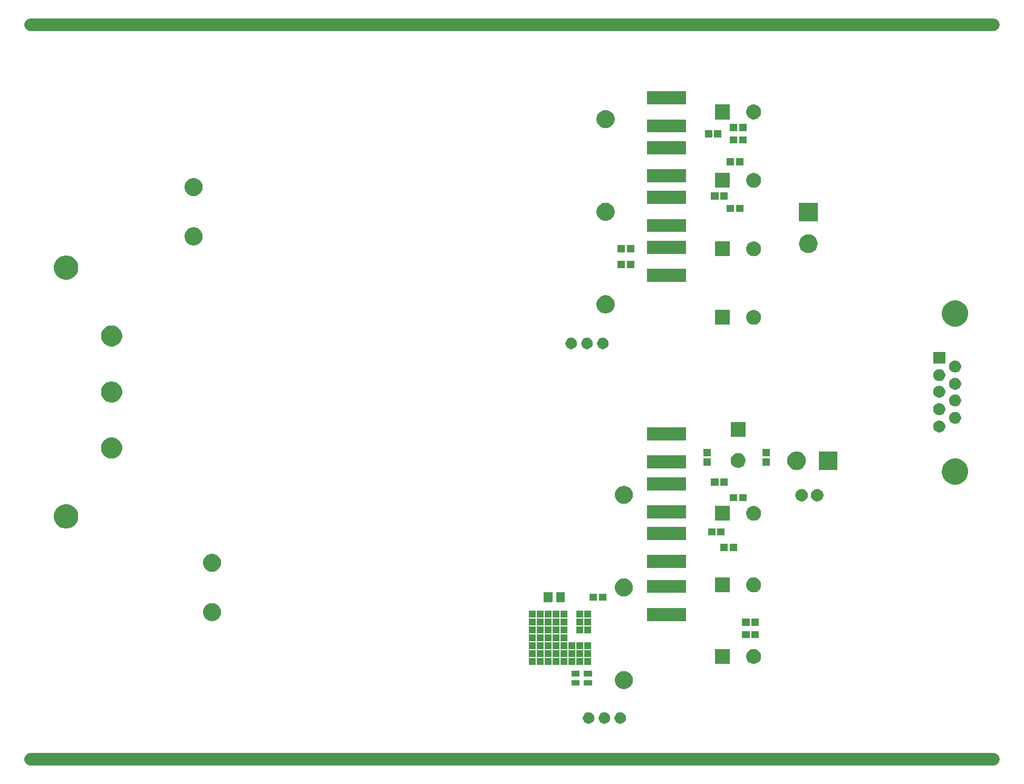
<source format=gbr>
G04 #@! TF.GenerationSoftware,KiCad,Pcbnew,(5.1.0)-1*
G04 #@! TF.CreationDate,2021-01-22T15:31:34-07:00*
G04 #@! TF.ProjectId,pwr supply rev 5,70777220-7375-4707-906c-792072657620,rev?*
G04 #@! TF.SameCoordinates,Original*
G04 #@! TF.FileFunction,Soldermask,Bot*
G04 #@! TF.FilePolarity,Negative*
%FSLAX46Y46*%
G04 Gerber Fmt 4.6, Leading zero omitted, Abs format (unit mm)*
G04 Created by KiCad (PCBNEW (5.1.0)-1) date 2021-01-22 15:31:34*
%MOMM*%
%LPD*%
G04 APERTURE LIST*
%ADD10C,2.000000*%
%ADD11C,0.150000*%
G04 APERTURE END LIST*
D10*
X161000000Y-119000000D02*
X6400000Y-119000000D01*
X161000000Y-1000000D02*
X6400000Y-1000000D01*
D11*
G36*
X101348354Y-111515356D02*
G01*
X101515786Y-111584708D01*
X101666466Y-111685389D01*
X101794611Y-111813534D01*
X101895292Y-111964214D01*
X101964644Y-112131646D01*
X102000000Y-112309389D01*
X102000000Y-112490611D01*
X101964644Y-112668354D01*
X101895292Y-112835786D01*
X101794611Y-112986466D01*
X101666466Y-113114611D01*
X101515786Y-113215292D01*
X101348354Y-113284644D01*
X101170612Y-113320000D01*
X100989388Y-113320000D01*
X100811646Y-113284644D01*
X100644214Y-113215292D01*
X100493534Y-113114611D01*
X100365389Y-112986466D01*
X100264708Y-112835786D01*
X100195356Y-112668354D01*
X100160000Y-112490611D01*
X100160000Y-112309389D01*
X100195356Y-112131646D01*
X100264708Y-111964214D01*
X100365389Y-111813534D01*
X100493534Y-111685389D01*
X100644214Y-111584708D01*
X100811646Y-111515356D01*
X100989388Y-111480000D01*
X101170612Y-111480000D01*
X101348354Y-111515356D01*
X101348354Y-111515356D01*
G37*
G36*
X98808354Y-111515356D02*
G01*
X98975786Y-111584708D01*
X99126466Y-111685389D01*
X99254611Y-111813534D01*
X99355292Y-111964214D01*
X99424644Y-112131646D01*
X99460000Y-112309389D01*
X99460000Y-112490611D01*
X99424644Y-112668354D01*
X99355292Y-112835786D01*
X99254611Y-112986466D01*
X99126466Y-113114611D01*
X98975786Y-113215292D01*
X98808354Y-113284644D01*
X98630612Y-113320000D01*
X98449388Y-113320000D01*
X98271646Y-113284644D01*
X98104214Y-113215292D01*
X97953534Y-113114611D01*
X97825389Y-112986466D01*
X97724708Y-112835786D01*
X97655356Y-112668354D01*
X97620000Y-112490611D01*
X97620000Y-112309389D01*
X97655356Y-112131646D01*
X97724708Y-111964214D01*
X97825389Y-111813534D01*
X97953534Y-111685389D01*
X98104214Y-111584708D01*
X98271646Y-111515356D01*
X98449388Y-111480000D01*
X98630612Y-111480000D01*
X98808354Y-111515356D01*
X98808354Y-111515356D01*
G37*
G36*
X96268354Y-111515356D02*
G01*
X96435786Y-111584708D01*
X96586466Y-111685389D01*
X96714611Y-111813534D01*
X96815292Y-111964214D01*
X96884644Y-112131646D01*
X96920000Y-112309389D01*
X96920000Y-112490611D01*
X96884644Y-112668354D01*
X96815292Y-112835786D01*
X96714611Y-112986466D01*
X96586466Y-113114611D01*
X96435786Y-113215292D01*
X96268354Y-113284644D01*
X96090612Y-113320000D01*
X95909388Y-113320000D01*
X95731646Y-113284644D01*
X95564214Y-113215292D01*
X95413534Y-113114611D01*
X95285389Y-112986466D01*
X95184708Y-112835786D01*
X95115356Y-112668354D01*
X95080000Y-112490611D01*
X95080000Y-112309389D01*
X95115356Y-112131646D01*
X95184708Y-111964214D01*
X95285389Y-111813534D01*
X95413534Y-111685389D01*
X95564214Y-111584708D01*
X95731646Y-111515356D01*
X95909388Y-111480000D01*
X96090612Y-111480000D01*
X96268354Y-111515356D01*
X96268354Y-111515356D01*
G37*
G36*
X101999570Y-104882149D02*
G01*
X102092950Y-104900723D01*
X102356835Y-105010027D01*
X102594321Y-105168711D01*
X102796289Y-105370679D01*
X102954973Y-105608165D01*
X103064277Y-105872050D01*
X103120000Y-106152189D01*
X103120000Y-106437811D01*
X103064277Y-106717950D01*
X102954973Y-106981835D01*
X102796289Y-107219321D01*
X102594321Y-107421289D01*
X102356835Y-107579973D01*
X102092950Y-107689277D01*
X101999570Y-107707851D01*
X101812813Y-107745000D01*
X101527187Y-107745000D01*
X101340430Y-107707851D01*
X101247050Y-107689277D01*
X100983165Y-107579973D01*
X100745679Y-107421289D01*
X100543711Y-107219321D01*
X100385027Y-106981835D01*
X100275723Y-106717950D01*
X100220000Y-106437811D01*
X100220000Y-106152189D01*
X100275723Y-105872050D01*
X100385027Y-105608165D01*
X100543711Y-105370679D01*
X100745679Y-105168711D01*
X100983165Y-105010027D01*
X101247050Y-104900723D01*
X101340430Y-104882149D01*
X101527187Y-104845000D01*
X101812813Y-104845000D01*
X101999570Y-104882149D01*
X101999570Y-104882149D01*
G37*
G36*
X94550000Y-107200000D02*
G01*
X93250000Y-107200000D01*
X93250000Y-106300000D01*
X94550000Y-106300000D01*
X94550000Y-107200000D01*
X94550000Y-107200000D01*
G37*
G36*
X96550000Y-107200000D02*
G01*
X95250000Y-107200000D01*
X95250000Y-106300000D01*
X96550000Y-106300000D01*
X96550000Y-107200000D01*
X96550000Y-107200000D01*
G37*
G36*
X96550000Y-105700000D02*
G01*
X95250000Y-105700000D01*
X95250000Y-104800000D01*
X96550000Y-104800000D01*
X96550000Y-105700000D01*
X96550000Y-105700000D01*
G37*
G36*
X94550000Y-105700000D02*
G01*
X93250000Y-105700000D01*
X93250000Y-104800000D01*
X94550000Y-104800000D01*
X94550000Y-105700000D01*
X94550000Y-105700000D01*
G37*
G36*
X92555000Y-103830000D02*
G01*
X91515000Y-103830000D01*
X91515000Y-102790000D01*
X92555000Y-102790000D01*
X92555000Y-103830000D01*
X92555000Y-103830000D01*
G37*
G36*
X87475000Y-103830000D02*
G01*
X86435000Y-103830000D01*
X86435000Y-102790000D01*
X87475000Y-102790000D01*
X87475000Y-103830000D01*
X87475000Y-103830000D01*
G37*
G36*
X88745000Y-103830000D02*
G01*
X87705000Y-103830000D01*
X87705000Y-102790000D01*
X88745000Y-102790000D01*
X88745000Y-103830000D01*
X88745000Y-103830000D01*
G37*
G36*
X91285000Y-103830000D02*
G01*
X90245000Y-103830000D01*
X90245000Y-102790000D01*
X91285000Y-102790000D01*
X91285000Y-103830000D01*
X91285000Y-103830000D01*
G37*
G36*
X93825000Y-103830000D02*
G01*
X92785000Y-103830000D01*
X92785000Y-102790000D01*
X93825000Y-102790000D01*
X93825000Y-103830000D01*
X93825000Y-103830000D01*
G37*
G36*
X95095000Y-103830000D02*
G01*
X94055000Y-103830000D01*
X94055000Y-102790000D01*
X95095000Y-102790000D01*
X95095000Y-103830000D01*
X95095000Y-103830000D01*
G37*
G36*
X96365000Y-103830000D02*
G01*
X95325000Y-103830000D01*
X95325000Y-102790000D01*
X96365000Y-102790000D01*
X96365000Y-103830000D01*
X96365000Y-103830000D01*
G37*
G36*
X90015000Y-103830000D02*
G01*
X88975000Y-103830000D01*
X88975000Y-102790000D01*
X90015000Y-102790000D01*
X90015000Y-103830000D01*
X90015000Y-103830000D01*
G37*
G36*
X122850027Y-101346116D02*
G01*
X123068415Y-101436575D01*
X123264955Y-101567899D01*
X123432101Y-101735045D01*
X123563425Y-101931585D01*
X123653884Y-102149973D01*
X123700000Y-102381812D01*
X123700000Y-102618188D01*
X123653884Y-102850027D01*
X123563425Y-103068415D01*
X123432101Y-103264955D01*
X123264955Y-103432101D01*
X123068415Y-103563425D01*
X123068414Y-103563426D01*
X123068413Y-103563426D01*
X122850027Y-103653884D01*
X122618190Y-103700000D01*
X122381810Y-103700000D01*
X122149973Y-103653884D01*
X121931587Y-103563426D01*
X121931586Y-103563426D01*
X121931585Y-103563425D01*
X121735045Y-103432101D01*
X121567899Y-103264955D01*
X121436575Y-103068415D01*
X121346116Y-102850027D01*
X121300000Y-102618188D01*
X121300000Y-102381812D01*
X121346116Y-102149973D01*
X121436575Y-101931585D01*
X121567899Y-101735045D01*
X121735045Y-101567899D01*
X121931585Y-101436575D01*
X122149973Y-101346116D01*
X122381810Y-101300000D01*
X122618190Y-101300000D01*
X122850027Y-101346116D01*
X122850027Y-101346116D01*
G37*
G36*
X118700000Y-103700000D02*
G01*
X116300000Y-103700000D01*
X116300000Y-101300000D01*
X118700000Y-101300000D01*
X118700000Y-103700000D01*
X118700000Y-103700000D01*
G37*
G36*
X87475000Y-102560000D02*
G01*
X86435000Y-102560000D01*
X86435000Y-101520000D01*
X87475000Y-101520000D01*
X87475000Y-102560000D01*
X87475000Y-102560000D01*
G37*
G36*
X91285000Y-102560000D02*
G01*
X90245000Y-102560000D01*
X90245000Y-101520000D01*
X91285000Y-101520000D01*
X91285000Y-102560000D01*
X91285000Y-102560000D01*
G37*
G36*
X93825000Y-102560000D02*
G01*
X92785000Y-102560000D01*
X92785000Y-101520000D01*
X93825000Y-101520000D01*
X93825000Y-102560000D01*
X93825000Y-102560000D01*
G37*
G36*
X88745000Y-102560000D02*
G01*
X87705000Y-102560000D01*
X87705000Y-101520000D01*
X88745000Y-101520000D01*
X88745000Y-102560000D01*
X88745000Y-102560000D01*
G37*
G36*
X90015000Y-102560000D02*
G01*
X88975000Y-102560000D01*
X88975000Y-101520000D01*
X90015000Y-101520000D01*
X90015000Y-102560000D01*
X90015000Y-102560000D01*
G37*
G36*
X96365000Y-102560000D02*
G01*
X95325000Y-102560000D01*
X95325000Y-101520000D01*
X96365000Y-101520000D01*
X96365000Y-102560000D01*
X96365000Y-102560000D01*
G37*
G36*
X95095000Y-102560000D02*
G01*
X94055000Y-102560000D01*
X94055000Y-101520000D01*
X95095000Y-101520000D01*
X95095000Y-102560000D01*
X95095000Y-102560000D01*
G37*
G36*
X92555000Y-102560000D02*
G01*
X91515000Y-102560000D01*
X91515000Y-101520000D01*
X92555000Y-101520000D01*
X92555000Y-102560000D01*
X92555000Y-102560000D01*
G37*
G36*
X90015000Y-101290000D02*
G01*
X88975000Y-101290000D01*
X88975000Y-100250000D01*
X90015000Y-100250000D01*
X90015000Y-101290000D01*
X90015000Y-101290000D01*
G37*
G36*
X88745000Y-101290000D02*
G01*
X87705000Y-101290000D01*
X87705000Y-100250000D01*
X88745000Y-100250000D01*
X88745000Y-101290000D01*
X88745000Y-101290000D01*
G37*
G36*
X91285000Y-101290000D02*
G01*
X90245000Y-101290000D01*
X90245000Y-100250000D01*
X91285000Y-100250000D01*
X91285000Y-101290000D01*
X91285000Y-101290000D01*
G37*
G36*
X92555000Y-101290000D02*
G01*
X91515000Y-101290000D01*
X91515000Y-100250000D01*
X92555000Y-100250000D01*
X92555000Y-101290000D01*
X92555000Y-101290000D01*
G37*
G36*
X93825000Y-101290000D02*
G01*
X92785000Y-101290000D01*
X92785000Y-100250000D01*
X93825000Y-100250000D01*
X93825000Y-101290000D01*
X93825000Y-101290000D01*
G37*
G36*
X95095000Y-101290000D02*
G01*
X94055000Y-101290000D01*
X94055000Y-100250000D01*
X95095000Y-100250000D01*
X95095000Y-101290000D01*
X95095000Y-101290000D01*
G37*
G36*
X87475000Y-101290000D02*
G01*
X86435000Y-101290000D01*
X86435000Y-100250000D01*
X87475000Y-100250000D01*
X87475000Y-101290000D01*
X87475000Y-101290000D01*
G37*
G36*
X96365000Y-101290000D02*
G01*
X95325000Y-101290000D01*
X95325000Y-100250000D01*
X96365000Y-100250000D01*
X96365000Y-101290000D01*
X96365000Y-101290000D01*
G37*
G36*
X91285000Y-100020000D02*
G01*
X90245000Y-100020000D01*
X90245000Y-98980000D01*
X91285000Y-98980000D01*
X91285000Y-100020000D01*
X91285000Y-100020000D01*
G37*
G36*
X90015000Y-100020000D02*
G01*
X88975000Y-100020000D01*
X88975000Y-98980000D01*
X90015000Y-98980000D01*
X90015000Y-100020000D01*
X90015000Y-100020000D01*
G37*
G36*
X92555000Y-100020000D02*
G01*
X91515000Y-100020000D01*
X91515000Y-98980000D01*
X92555000Y-98980000D01*
X92555000Y-100020000D01*
X92555000Y-100020000D01*
G37*
G36*
X88745000Y-100020000D02*
G01*
X87705000Y-100020000D01*
X87705000Y-98980000D01*
X88745000Y-98980000D01*
X88745000Y-100020000D01*
X88745000Y-100020000D01*
G37*
G36*
X87475000Y-100020000D02*
G01*
X86435000Y-100020000D01*
X86435000Y-98980000D01*
X87475000Y-98980000D01*
X87475000Y-100020000D01*
X87475000Y-100020000D01*
G37*
G36*
X121850000Y-99575000D02*
G01*
X120650000Y-99575000D01*
X120650000Y-98425000D01*
X121850000Y-98425000D01*
X121850000Y-99575000D01*
X121850000Y-99575000D01*
G37*
G36*
X123350000Y-99575000D02*
G01*
X122150000Y-99575000D01*
X122150000Y-98425000D01*
X123350000Y-98425000D01*
X123350000Y-99575000D01*
X123350000Y-99575000D01*
G37*
G36*
X90015000Y-98750000D02*
G01*
X88975000Y-98750000D01*
X88975000Y-97710000D01*
X90015000Y-97710000D01*
X90015000Y-98750000D01*
X90015000Y-98750000D01*
G37*
G36*
X91285000Y-98750000D02*
G01*
X90245000Y-98750000D01*
X90245000Y-97710000D01*
X91285000Y-97710000D01*
X91285000Y-98750000D01*
X91285000Y-98750000D01*
G37*
G36*
X92555000Y-98750000D02*
G01*
X91515000Y-98750000D01*
X91515000Y-97710000D01*
X92555000Y-97710000D01*
X92555000Y-98750000D01*
X92555000Y-98750000D01*
G37*
G36*
X96365000Y-98750000D02*
G01*
X95325000Y-98750000D01*
X95325000Y-97710000D01*
X96365000Y-97710000D01*
X96365000Y-98750000D01*
X96365000Y-98750000D01*
G37*
G36*
X87475000Y-98750000D02*
G01*
X86435000Y-98750000D01*
X86435000Y-97710000D01*
X87475000Y-97710000D01*
X87475000Y-98750000D01*
X87475000Y-98750000D01*
G37*
G36*
X88745000Y-98750000D02*
G01*
X87705000Y-98750000D01*
X87705000Y-97710000D01*
X88745000Y-97710000D01*
X88745000Y-98750000D01*
X88745000Y-98750000D01*
G37*
G36*
X95095000Y-98750000D02*
G01*
X94055000Y-98750000D01*
X94055000Y-97710000D01*
X95095000Y-97710000D01*
X95095000Y-98750000D01*
X95095000Y-98750000D01*
G37*
G36*
X123350000Y-97575000D02*
G01*
X122150000Y-97575000D01*
X122150000Y-96425000D01*
X123350000Y-96425000D01*
X123350000Y-97575000D01*
X123350000Y-97575000D01*
G37*
G36*
X121850000Y-97575000D02*
G01*
X120650000Y-97575000D01*
X120650000Y-96425000D01*
X121850000Y-96425000D01*
X121850000Y-97575000D01*
X121850000Y-97575000D01*
G37*
G36*
X91285000Y-97480000D02*
G01*
X90245000Y-97480000D01*
X90245000Y-96440000D01*
X91285000Y-96440000D01*
X91285000Y-97480000D01*
X91285000Y-97480000D01*
G37*
G36*
X96365000Y-97480000D02*
G01*
X95325000Y-97480000D01*
X95325000Y-96440000D01*
X96365000Y-96440000D01*
X96365000Y-97480000D01*
X96365000Y-97480000D01*
G37*
G36*
X92555000Y-97480000D02*
G01*
X91515000Y-97480000D01*
X91515000Y-96440000D01*
X92555000Y-96440000D01*
X92555000Y-97480000D01*
X92555000Y-97480000D01*
G37*
G36*
X95095000Y-97480000D02*
G01*
X94055000Y-97480000D01*
X94055000Y-96440000D01*
X95095000Y-96440000D01*
X95095000Y-97480000D01*
X95095000Y-97480000D01*
G37*
G36*
X90015000Y-97480000D02*
G01*
X88975000Y-97480000D01*
X88975000Y-96440000D01*
X90015000Y-96440000D01*
X90015000Y-97480000D01*
X90015000Y-97480000D01*
G37*
G36*
X88745000Y-97480000D02*
G01*
X87705000Y-97480000D01*
X87705000Y-96440000D01*
X88745000Y-96440000D01*
X88745000Y-97480000D01*
X88745000Y-97480000D01*
G37*
G36*
X87475000Y-97480000D02*
G01*
X86435000Y-97480000D01*
X86435000Y-96440000D01*
X87475000Y-96440000D01*
X87475000Y-97480000D01*
X87475000Y-97480000D01*
G37*
G36*
X35859570Y-93962149D02*
G01*
X35952950Y-93980723D01*
X36216835Y-94090027D01*
X36454321Y-94248711D01*
X36656289Y-94450679D01*
X36814973Y-94688165D01*
X36924277Y-94952050D01*
X36980000Y-95232189D01*
X36980000Y-95517811D01*
X36924277Y-95797950D01*
X36814973Y-96061835D01*
X36656289Y-96299321D01*
X36454321Y-96501289D01*
X36216835Y-96659973D01*
X35952950Y-96769277D01*
X35859570Y-96787851D01*
X35672813Y-96825000D01*
X35387187Y-96825000D01*
X35200430Y-96787851D01*
X35107050Y-96769277D01*
X34843165Y-96659973D01*
X34605679Y-96501289D01*
X34403711Y-96299321D01*
X34245027Y-96061835D01*
X34135723Y-95797950D01*
X34080000Y-95517811D01*
X34080000Y-95232189D01*
X34135723Y-94952050D01*
X34245027Y-94688165D01*
X34403711Y-94450679D01*
X34605679Y-94248711D01*
X34843165Y-94090027D01*
X35107050Y-93980723D01*
X35200430Y-93962149D01*
X35387187Y-93925000D01*
X35672813Y-93925000D01*
X35859570Y-93962149D01*
X35859570Y-93962149D01*
G37*
G36*
X111650000Y-96800000D02*
G01*
X105350000Y-96800000D01*
X105350000Y-94700000D01*
X111650000Y-94700000D01*
X111650000Y-96800000D01*
X111650000Y-96800000D01*
G37*
G36*
X91285000Y-96210000D02*
G01*
X90245000Y-96210000D01*
X90245000Y-95170000D01*
X91285000Y-95170000D01*
X91285000Y-96210000D01*
X91285000Y-96210000D01*
G37*
G36*
X90015000Y-96210000D02*
G01*
X88975000Y-96210000D01*
X88975000Y-95170000D01*
X90015000Y-95170000D01*
X90015000Y-96210000D01*
X90015000Y-96210000D01*
G37*
G36*
X88745000Y-96210000D02*
G01*
X87705000Y-96210000D01*
X87705000Y-95170000D01*
X88745000Y-95170000D01*
X88745000Y-96210000D01*
X88745000Y-96210000D01*
G37*
G36*
X92555000Y-96210000D02*
G01*
X91515000Y-96210000D01*
X91515000Y-95170000D01*
X92555000Y-95170000D01*
X92555000Y-96210000D01*
X92555000Y-96210000D01*
G37*
G36*
X96365000Y-96210000D02*
G01*
X95325000Y-96210000D01*
X95325000Y-95170000D01*
X96365000Y-95170000D01*
X96365000Y-96210000D01*
X96365000Y-96210000D01*
G37*
G36*
X87475000Y-96210000D02*
G01*
X86435000Y-96210000D01*
X86435000Y-95170000D01*
X87475000Y-95170000D01*
X87475000Y-96210000D01*
X87475000Y-96210000D01*
G37*
G36*
X95095000Y-96210000D02*
G01*
X94055000Y-96210000D01*
X94055000Y-95170000D01*
X95095000Y-95170000D01*
X95095000Y-96210000D01*
X95095000Y-96210000D01*
G37*
G36*
X92200000Y-93825000D02*
G01*
X90800000Y-93825000D01*
X90800000Y-92175000D01*
X92200000Y-92175000D01*
X92200000Y-93825000D01*
X92200000Y-93825000D01*
G37*
G36*
X90200000Y-93825000D02*
G01*
X88800000Y-93825000D01*
X88800000Y-92175000D01*
X90200000Y-92175000D01*
X90200000Y-93825000D01*
X90200000Y-93825000D01*
G37*
G36*
X98850000Y-93575000D02*
G01*
X97650000Y-93575000D01*
X97650000Y-92425000D01*
X98850000Y-92425000D01*
X98850000Y-93575000D01*
X98850000Y-93575000D01*
G37*
G36*
X97350000Y-93575000D02*
G01*
X96150000Y-93575000D01*
X96150000Y-92425000D01*
X97350000Y-92425000D01*
X97350000Y-93575000D01*
X97350000Y-93575000D01*
G37*
G36*
X101999570Y-90002149D02*
G01*
X102092950Y-90020723D01*
X102356835Y-90130027D01*
X102594321Y-90288711D01*
X102796289Y-90490679D01*
X102954973Y-90728165D01*
X103018614Y-90881810D01*
X103064277Y-90992051D01*
X103120000Y-91272187D01*
X103120000Y-91557813D01*
X103117891Y-91568415D01*
X103064277Y-91837950D01*
X102954973Y-92101835D01*
X102796289Y-92339321D01*
X102594321Y-92541289D01*
X102356835Y-92699973D01*
X102092950Y-92809277D01*
X101999570Y-92827851D01*
X101812813Y-92865000D01*
X101527187Y-92865000D01*
X101340430Y-92827851D01*
X101247050Y-92809277D01*
X100983165Y-92699973D01*
X100745679Y-92541289D01*
X100543711Y-92339321D01*
X100385027Y-92101835D01*
X100275723Y-91837950D01*
X100222109Y-91568415D01*
X100220000Y-91557813D01*
X100220000Y-91272187D01*
X100275723Y-90992051D01*
X100321386Y-90881810D01*
X100385027Y-90728165D01*
X100543711Y-90490679D01*
X100745679Y-90288711D01*
X100983165Y-90130027D01*
X101247050Y-90020723D01*
X101340430Y-90002149D01*
X101527187Y-89965000D01*
X101812813Y-89965000D01*
X101999570Y-90002149D01*
X101999570Y-90002149D01*
G37*
G36*
X111650000Y-92300000D02*
G01*
X105350000Y-92300000D01*
X105350000Y-90200000D01*
X111650000Y-90200000D01*
X111650000Y-92300000D01*
X111650000Y-92300000D01*
G37*
G36*
X122850027Y-89846116D02*
G01*
X123068415Y-89936575D01*
X123264955Y-90067899D01*
X123432101Y-90235045D01*
X123467960Y-90288711D01*
X123563426Y-90431587D01*
X123653884Y-90649973D01*
X123700000Y-90881810D01*
X123700000Y-91118190D01*
X123653884Y-91350027D01*
X123567817Y-91557813D01*
X123563425Y-91568415D01*
X123432101Y-91764955D01*
X123264955Y-91932101D01*
X123068415Y-92063425D01*
X123068414Y-92063426D01*
X123068413Y-92063426D01*
X122850027Y-92153884D01*
X122618190Y-92200000D01*
X122381810Y-92200000D01*
X122149973Y-92153884D01*
X121931587Y-92063426D01*
X121931586Y-92063426D01*
X121931585Y-92063425D01*
X121735045Y-91932101D01*
X121567899Y-91764955D01*
X121436575Y-91568415D01*
X121432184Y-91557813D01*
X121346116Y-91350027D01*
X121300000Y-91118190D01*
X121300000Y-90881810D01*
X121346116Y-90649973D01*
X121436574Y-90431587D01*
X121532041Y-90288711D01*
X121567899Y-90235045D01*
X121735045Y-90067899D01*
X121931585Y-89936575D01*
X122149973Y-89846116D01*
X122381810Y-89800000D01*
X122618190Y-89800000D01*
X122850027Y-89846116D01*
X122850027Y-89846116D01*
G37*
G36*
X118700000Y-92200000D02*
G01*
X116300000Y-92200000D01*
X116300000Y-89800000D01*
X118700000Y-89800000D01*
X118700000Y-92200000D01*
X118700000Y-92200000D01*
G37*
G36*
X35859570Y-86042149D02*
G01*
X35952950Y-86060723D01*
X36216835Y-86170027D01*
X36454321Y-86328711D01*
X36656289Y-86530679D01*
X36814973Y-86768165D01*
X36924277Y-87032050D01*
X36980000Y-87312189D01*
X36980000Y-87597811D01*
X36924277Y-87877950D01*
X36814973Y-88141835D01*
X36656289Y-88379321D01*
X36454321Y-88581289D01*
X36216835Y-88739973D01*
X35952950Y-88849277D01*
X35859570Y-88867851D01*
X35672813Y-88905000D01*
X35387187Y-88905000D01*
X35200430Y-88867851D01*
X35107050Y-88849277D01*
X34843165Y-88739973D01*
X34605679Y-88581289D01*
X34403711Y-88379321D01*
X34245027Y-88141835D01*
X34135723Y-87877950D01*
X34080000Y-87597811D01*
X34080000Y-87312189D01*
X34135723Y-87032050D01*
X34245027Y-86768165D01*
X34403711Y-86530679D01*
X34605679Y-86328711D01*
X34843165Y-86170027D01*
X35107050Y-86060723D01*
X35200430Y-86042149D01*
X35387187Y-86005000D01*
X35672813Y-86005000D01*
X35859570Y-86042149D01*
X35859570Y-86042149D01*
G37*
G36*
X111650000Y-88300000D02*
G01*
X105350000Y-88300000D01*
X105350000Y-86200000D01*
X111650000Y-86200000D01*
X111650000Y-88300000D01*
X111650000Y-88300000D01*
G37*
G36*
X118350000Y-85575000D02*
G01*
X117150000Y-85575000D01*
X117150000Y-84425000D01*
X118350000Y-84425000D01*
X118350000Y-85575000D01*
X118350000Y-85575000D01*
G37*
G36*
X119850000Y-85575000D02*
G01*
X118650000Y-85575000D01*
X118650000Y-84425000D01*
X119850000Y-84425000D01*
X119850000Y-85575000D01*
X119850000Y-85575000D01*
G37*
G36*
X111650000Y-83800000D02*
G01*
X105350000Y-83800000D01*
X105350000Y-81700000D01*
X111650000Y-81700000D01*
X111650000Y-83800000D01*
X111650000Y-83800000D01*
G37*
G36*
X117850000Y-83075000D02*
G01*
X116650000Y-83075000D01*
X116650000Y-81925000D01*
X117850000Y-81925000D01*
X117850000Y-83075000D01*
X117850000Y-83075000D01*
G37*
G36*
X116350000Y-83075000D02*
G01*
X115150000Y-83075000D01*
X115150000Y-81925000D01*
X116350000Y-81925000D01*
X116350000Y-83075000D01*
X116350000Y-83075000D01*
G37*
G36*
X12668794Y-78124938D02*
G01*
X13023674Y-78271933D01*
X13343053Y-78485336D01*
X13614664Y-78756947D01*
X13828067Y-79076326D01*
X13975062Y-79431206D01*
X14050000Y-79807943D01*
X14050000Y-80192057D01*
X13975062Y-80568794D01*
X13828067Y-80923674D01*
X13614664Y-81243053D01*
X13343053Y-81514664D01*
X13023674Y-81728067D01*
X12668794Y-81875062D01*
X12292058Y-81950000D01*
X11907942Y-81950000D01*
X11531206Y-81875062D01*
X11176326Y-81728067D01*
X10856947Y-81514664D01*
X10585336Y-81243053D01*
X10371933Y-80923674D01*
X10224938Y-80568794D01*
X10150000Y-80192057D01*
X10150000Y-79807943D01*
X10224938Y-79431206D01*
X10371933Y-79076326D01*
X10585336Y-78756947D01*
X10856947Y-78485336D01*
X11176326Y-78271933D01*
X11531206Y-78124938D01*
X11907942Y-78050000D01*
X12292058Y-78050000D01*
X12668794Y-78124938D01*
X12668794Y-78124938D01*
G37*
G36*
X118700000Y-80700000D02*
G01*
X116300000Y-80700000D01*
X116300000Y-78300000D01*
X118700000Y-78300000D01*
X118700000Y-80700000D01*
X118700000Y-80700000D01*
G37*
G36*
X122850027Y-78346116D02*
G01*
X123068415Y-78436575D01*
X123264955Y-78567899D01*
X123432101Y-78735045D01*
X123563425Y-78931585D01*
X123653884Y-79149973D01*
X123700000Y-79381812D01*
X123700000Y-79618188D01*
X123653884Y-79850027D01*
X123563425Y-80068415D01*
X123432101Y-80264955D01*
X123264955Y-80432101D01*
X123068415Y-80563425D01*
X123068414Y-80563426D01*
X123068413Y-80563426D01*
X122850027Y-80653884D01*
X122618190Y-80700000D01*
X122381810Y-80700000D01*
X122149973Y-80653884D01*
X121931587Y-80563426D01*
X121931586Y-80563426D01*
X121931585Y-80563425D01*
X121735045Y-80432101D01*
X121567899Y-80264955D01*
X121436575Y-80068415D01*
X121346116Y-79850027D01*
X121300000Y-79618188D01*
X121300000Y-79381812D01*
X121346116Y-79149973D01*
X121436575Y-78931585D01*
X121567899Y-78735045D01*
X121735045Y-78567899D01*
X121931585Y-78436575D01*
X122149973Y-78346116D01*
X122381810Y-78300000D01*
X122618190Y-78300000D01*
X122850027Y-78346116D01*
X122850027Y-78346116D01*
G37*
G36*
X111650000Y-80300000D02*
G01*
X105350000Y-80300000D01*
X105350000Y-78200000D01*
X111650000Y-78200000D01*
X111650000Y-80300000D01*
X111650000Y-80300000D01*
G37*
G36*
X101999570Y-75122149D02*
G01*
X102092950Y-75140723D01*
X102356835Y-75250027D01*
X102594321Y-75408711D01*
X102796289Y-75610679D01*
X102954973Y-75848165D01*
X103064277Y-76112050D01*
X103064277Y-76112051D01*
X103103316Y-76308310D01*
X103120000Y-76392189D01*
X103120000Y-76677811D01*
X103064277Y-76957950D01*
X102954973Y-77221835D01*
X102796289Y-77459321D01*
X102594321Y-77661289D01*
X102356835Y-77819973D01*
X102092950Y-77929277D01*
X101999570Y-77947851D01*
X101812813Y-77985000D01*
X101527187Y-77985000D01*
X101340430Y-77947851D01*
X101247050Y-77929277D01*
X100983165Y-77819973D01*
X100745679Y-77661289D01*
X100543711Y-77459321D01*
X100385027Y-77221835D01*
X100275723Y-76957950D01*
X100220000Y-76677811D01*
X100220000Y-76392189D01*
X100236685Y-76308310D01*
X100275723Y-76112051D01*
X100275723Y-76112050D01*
X100385027Y-75848165D01*
X100543711Y-75610679D01*
X100745679Y-75408711D01*
X100983165Y-75250027D01*
X101247050Y-75140723D01*
X101340430Y-75122149D01*
X101527187Y-75085000D01*
X101812813Y-75085000D01*
X101999570Y-75122149D01*
X101999570Y-75122149D01*
G37*
G36*
X132991689Y-75638429D02*
G01*
X133173678Y-75713811D01*
X133337463Y-75823249D01*
X133476751Y-75962537D01*
X133586189Y-76126322D01*
X133661571Y-76308311D01*
X133700000Y-76501509D01*
X133700000Y-76698491D01*
X133661571Y-76891689D01*
X133586189Y-77073678D01*
X133476751Y-77237463D01*
X133337463Y-77376751D01*
X133173678Y-77486189D01*
X132991689Y-77561571D01*
X132798491Y-77600000D01*
X132601509Y-77600000D01*
X132408311Y-77561571D01*
X132226322Y-77486189D01*
X132062537Y-77376751D01*
X131923249Y-77237463D01*
X131813811Y-77073678D01*
X131738429Y-76891689D01*
X131700000Y-76698491D01*
X131700000Y-76501509D01*
X131738429Y-76308311D01*
X131813811Y-76126322D01*
X131923249Y-75962537D01*
X132062537Y-75823249D01*
X132226322Y-75713811D01*
X132408311Y-75638429D01*
X132601509Y-75600000D01*
X132798491Y-75600000D01*
X132991689Y-75638429D01*
X132991689Y-75638429D01*
G37*
G36*
X130491689Y-75638429D02*
G01*
X130673678Y-75713811D01*
X130837463Y-75823249D01*
X130976751Y-75962537D01*
X131086189Y-76126322D01*
X131161571Y-76308311D01*
X131200000Y-76501509D01*
X131200000Y-76698491D01*
X131161571Y-76891689D01*
X131086189Y-77073678D01*
X130976751Y-77237463D01*
X130837463Y-77376751D01*
X130673678Y-77486189D01*
X130491689Y-77561571D01*
X130298491Y-77600000D01*
X130101509Y-77600000D01*
X129908311Y-77561571D01*
X129726322Y-77486189D01*
X129562537Y-77376751D01*
X129423249Y-77237463D01*
X129313811Y-77073678D01*
X129238429Y-76891689D01*
X129200000Y-76698491D01*
X129200000Y-76501509D01*
X129238429Y-76308311D01*
X129313811Y-76126322D01*
X129423249Y-75962537D01*
X129562537Y-75823249D01*
X129726322Y-75713811D01*
X129908311Y-75638429D01*
X130101509Y-75600000D01*
X130298491Y-75600000D01*
X130491689Y-75638429D01*
X130491689Y-75638429D01*
G37*
G36*
X119850000Y-77575000D02*
G01*
X118650000Y-77575000D01*
X118650000Y-76425000D01*
X119850000Y-76425000D01*
X119850000Y-77575000D01*
X119850000Y-77575000D01*
G37*
G36*
X121350000Y-77575000D02*
G01*
X120150000Y-77575000D01*
X120150000Y-76425000D01*
X121350000Y-76425000D01*
X121350000Y-77575000D01*
X121350000Y-77575000D01*
G37*
G36*
X111650000Y-75800000D02*
G01*
X105350000Y-75800000D01*
X105350000Y-73700000D01*
X111650000Y-73700000D01*
X111650000Y-75800000D01*
X111650000Y-75800000D01*
G37*
G36*
X118350000Y-75075000D02*
G01*
X117150000Y-75075000D01*
X117150000Y-73925000D01*
X118350000Y-73925000D01*
X118350000Y-75075000D01*
X118350000Y-75075000D01*
G37*
G36*
X116850000Y-75075000D02*
G01*
X115650000Y-75075000D01*
X115650000Y-73925000D01*
X116850000Y-73925000D01*
X116850000Y-75075000D01*
X116850000Y-75075000D01*
G37*
G36*
X155454006Y-70765894D02*
G01*
X155837094Y-70924574D01*
X156181859Y-71154939D01*
X156475061Y-71448141D01*
X156705426Y-71792906D01*
X156705427Y-71792909D01*
X156864106Y-72175994D01*
X156915133Y-72432522D01*
X156945000Y-72582677D01*
X156945000Y-72997323D01*
X156864106Y-73404006D01*
X156705426Y-73787094D01*
X156475061Y-74131859D01*
X156181859Y-74425061D01*
X155837094Y-74655426D01*
X155454006Y-74814106D01*
X155047324Y-74895000D01*
X154632676Y-74895000D01*
X154225994Y-74814106D01*
X153842906Y-74655426D01*
X153498141Y-74425061D01*
X153204939Y-74131859D01*
X152974574Y-73787094D01*
X152815894Y-73404006D01*
X152735000Y-72997323D01*
X152735000Y-72582677D01*
X152764868Y-72432522D01*
X152815894Y-72175994D01*
X152974573Y-71792909D01*
X152974574Y-71792906D01*
X153204939Y-71448141D01*
X153498141Y-71154939D01*
X153842906Y-70924574D01*
X154225994Y-70765894D01*
X154632676Y-70685000D01*
X155047324Y-70685000D01*
X155454006Y-70765894D01*
X155454006Y-70765894D01*
G37*
G36*
X135970000Y-72540000D02*
G01*
X132970000Y-72540000D01*
X132970000Y-69540000D01*
X135970000Y-69540000D01*
X135970000Y-72540000D01*
X135970000Y-72540000D01*
G37*
G36*
X129684051Y-69561705D02*
G01*
X129966802Y-69647476D01*
X129966805Y-69647478D01*
X129966806Y-69647478D01*
X130227386Y-69786760D01*
X130455792Y-69974208D01*
X130643240Y-70202614D01*
X130765628Y-70431587D01*
X130782524Y-70463198D01*
X130868295Y-70745949D01*
X130897257Y-71040000D01*
X130868295Y-71334051D01*
X130782524Y-71616802D01*
X130782522Y-71616805D01*
X130782522Y-71616806D01*
X130643240Y-71877386D01*
X130455792Y-72105792D01*
X130227386Y-72293240D01*
X129966806Y-72432522D01*
X129966802Y-72432524D01*
X129684051Y-72518295D01*
X129463680Y-72540000D01*
X129316320Y-72540000D01*
X129095949Y-72518295D01*
X128813198Y-72432524D01*
X128813194Y-72432522D01*
X128552614Y-72293240D01*
X128324208Y-72105792D01*
X128136760Y-71877386D01*
X127997478Y-71616806D01*
X127997478Y-71616805D01*
X127997476Y-71616802D01*
X127911705Y-71334051D01*
X127882743Y-71040000D01*
X127911705Y-70745949D01*
X127997476Y-70463198D01*
X128014372Y-70431587D01*
X128136760Y-70202614D01*
X128324208Y-69974208D01*
X128552614Y-69786760D01*
X128813194Y-69647478D01*
X128813195Y-69647478D01*
X128813198Y-69647476D01*
X129095949Y-69561705D01*
X129316320Y-69540000D01*
X129463680Y-69540000D01*
X129684051Y-69561705D01*
X129684051Y-69561705D01*
G37*
G36*
X111650000Y-72300000D02*
G01*
X105350000Y-72300000D01*
X105350000Y-70200000D01*
X111650000Y-70200000D01*
X111650000Y-72300000D01*
X111650000Y-72300000D01*
G37*
G36*
X120350027Y-69846116D02*
G01*
X120568415Y-69936575D01*
X120764955Y-70067899D01*
X120932101Y-70235045D01*
X121008912Y-70350000D01*
X121063426Y-70431587D01*
X121147545Y-70634669D01*
X121153884Y-70649973D01*
X121200000Y-70881812D01*
X121200000Y-71118188D01*
X121153884Y-71350027D01*
X121063425Y-71568415D01*
X120932101Y-71764955D01*
X120764955Y-71932101D01*
X120568415Y-72063425D01*
X120568414Y-72063426D01*
X120568413Y-72063426D01*
X120350027Y-72153884D01*
X120118190Y-72200000D01*
X119881810Y-72200000D01*
X119649973Y-72153884D01*
X119431587Y-72063426D01*
X119431586Y-72063426D01*
X119431585Y-72063425D01*
X119235045Y-71932101D01*
X119067899Y-71764955D01*
X118936575Y-71568415D01*
X118846116Y-71350027D01*
X118800000Y-71118188D01*
X118800000Y-70881812D01*
X118846116Y-70649973D01*
X118852455Y-70634669D01*
X118936574Y-70431587D01*
X118991089Y-70350000D01*
X119067899Y-70235045D01*
X119235045Y-70067899D01*
X119431585Y-69936575D01*
X119649973Y-69846116D01*
X119881810Y-69800000D01*
X120118190Y-69800000D01*
X120350027Y-69846116D01*
X120350027Y-69846116D01*
G37*
G36*
X125075000Y-71850000D02*
G01*
X123925000Y-71850000D01*
X123925000Y-70650000D01*
X125075000Y-70650000D01*
X125075000Y-71850000D01*
X125075000Y-71850000D01*
G37*
G36*
X115575000Y-71850000D02*
G01*
X114425000Y-71850000D01*
X114425000Y-70650000D01*
X115575000Y-70650000D01*
X115575000Y-71850000D01*
X115575000Y-71850000D01*
G37*
G36*
X19895872Y-67365330D02*
G01*
X20205252Y-67493479D01*
X20483687Y-67679523D01*
X20720477Y-67916313D01*
X20906521Y-68194748D01*
X21034670Y-68504128D01*
X21100000Y-68832565D01*
X21100000Y-69167435D01*
X21034670Y-69495872D01*
X20906521Y-69805252D01*
X20720477Y-70083687D01*
X20483687Y-70320477D01*
X20205252Y-70506521D01*
X19895872Y-70634670D01*
X19567435Y-70700000D01*
X19232565Y-70700000D01*
X18904128Y-70634670D01*
X18594748Y-70506521D01*
X18316313Y-70320477D01*
X18079523Y-70083687D01*
X17893479Y-69805252D01*
X17765330Y-69495872D01*
X17700000Y-69167435D01*
X17700000Y-68832565D01*
X17765330Y-68504128D01*
X17893479Y-68194748D01*
X18079523Y-67916313D01*
X18316313Y-67679523D01*
X18594748Y-67493479D01*
X18904128Y-67365330D01*
X19232565Y-67300000D01*
X19567435Y-67300000D01*
X19895872Y-67365330D01*
X19895872Y-67365330D01*
G37*
G36*
X125075000Y-70350000D02*
G01*
X123925000Y-70350000D01*
X123925000Y-69150000D01*
X125075000Y-69150000D01*
X125075000Y-70350000D01*
X125075000Y-70350000D01*
G37*
G36*
X115575000Y-70350000D02*
G01*
X114425000Y-70350000D01*
X114425000Y-69150000D01*
X115575000Y-69150000D01*
X115575000Y-70350000D01*
X115575000Y-70350000D01*
G37*
G36*
X111650000Y-67800000D02*
G01*
X105350000Y-67800000D01*
X105350000Y-65700000D01*
X111650000Y-65700000D01*
X111650000Y-67800000D01*
X111650000Y-67800000D01*
G37*
G36*
X121200000Y-67200000D02*
G01*
X118800000Y-67200000D01*
X118800000Y-64800000D01*
X121200000Y-64800000D01*
X121200000Y-67200000D01*
X121200000Y-67200000D01*
G37*
G36*
X152580022Y-64626892D02*
G01*
X152754731Y-64699259D01*
X152754733Y-64699260D01*
X152911964Y-64804319D01*
X153045681Y-64938036D01*
X153150740Y-65095267D01*
X153223108Y-65269979D01*
X153260000Y-65455448D01*
X153260000Y-65644552D01*
X153223108Y-65830021D01*
X153150740Y-66004733D01*
X153045681Y-66161964D01*
X152911964Y-66295681D01*
X152754733Y-66400740D01*
X152754732Y-66400741D01*
X152754731Y-66400741D01*
X152580022Y-66473108D01*
X152394552Y-66510000D01*
X152205448Y-66510000D01*
X152019978Y-66473108D01*
X151845269Y-66400741D01*
X151845268Y-66400741D01*
X151845267Y-66400740D01*
X151688036Y-66295681D01*
X151554319Y-66161964D01*
X151449260Y-66004733D01*
X151376892Y-65830021D01*
X151340000Y-65644552D01*
X151340000Y-65455448D01*
X151376892Y-65269979D01*
X151449260Y-65095267D01*
X151554319Y-64938036D01*
X151688036Y-64804319D01*
X151845267Y-64699260D01*
X151845269Y-64699259D01*
X152019978Y-64626892D01*
X152205448Y-64590000D01*
X152394552Y-64590000D01*
X152580022Y-64626892D01*
X152580022Y-64626892D01*
G37*
G36*
X155120022Y-63226892D02*
G01*
X155294731Y-63299259D01*
X155294733Y-63299260D01*
X155451964Y-63404319D01*
X155585681Y-63538036D01*
X155690740Y-63695267D01*
X155763108Y-63869979D01*
X155800000Y-64055448D01*
X155800000Y-64244552D01*
X155763108Y-64430021D01*
X155690740Y-64604733D01*
X155585681Y-64761964D01*
X155451964Y-64895681D01*
X155294733Y-65000740D01*
X155294732Y-65000741D01*
X155294731Y-65000741D01*
X155120022Y-65073108D01*
X154934552Y-65110000D01*
X154745448Y-65110000D01*
X154559978Y-65073108D01*
X154385269Y-65000741D01*
X154385268Y-65000741D01*
X154385267Y-65000740D01*
X154228036Y-64895681D01*
X154094319Y-64761964D01*
X153989260Y-64604733D01*
X153916892Y-64430021D01*
X153880000Y-64244552D01*
X153880000Y-64055448D01*
X153916892Y-63869979D01*
X153989260Y-63695267D01*
X154094319Y-63538036D01*
X154228036Y-63404319D01*
X154385267Y-63299260D01*
X154385269Y-63299259D01*
X154559978Y-63226892D01*
X154745448Y-63190000D01*
X154934552Y-63190000D01*
X155120022Y-63226892D01*
X155120022Y-63226892D01*
G37*
G36*
X152580022Y-61836892D02*
G01*
X152754731Y-61909259D01*
X152754733Y-61909260D01*
X152911964Y-62014319D01*
X153045681Y-62148036D01*
X153150740Y-62305267D01*
X153223108Y-62479979D01*
X153260000Y-62665448D01*
X153260000Y-62854552D01*
X153223108Y-63040021D01*
X153150740Y-63214733D01*
X153045681Y-63371964D01*
X152911964Y-63505681D01*
X152754733Y-63610740D01*
X152754732Y-63610741D01*
X152754731Y-63610741D01*
X152580022Y-63683108D01*
X152394552Y-63720000D01*
X152205448Y-63720000D01*
X152019978Y-63683108D01*
X151845269Y-63610741D01*
X151845268Y-63610741D01*
X151845267Y-63610740D01*
X151688036Y-63505681D01*
X151554319Y-63371964D01*
X151449260Y-63214733D01*
X151376892Y-63040021D01*
X151340000Y-62854552D01*
X151340000Y-62665448D01*
X151376892Y-62479979D01*
X151449260Y-62305267D01*
X151554319Y-62148036D01*
X151688036Y-62014319D01*
X151845267Y-61909260D01*
X151845269Y-61909259D01*
X152019978Y-61836892D01*
X152205448Y-61800000D01*
X152394552Y-61800000D01*
X152580022Y-61836892D01*
X152580022Y-61836892D01*
G37*
G36*
X155120022Y-60436892D02*
G01*
X155294731Y-60509259D01*
X155294733Y-60509260D01*
X155451964Y-60614319D01*
X155585681Y-60748036D01*
X155675934Y-60883108D01*
X155690741Y-60905269D01*
X155763108Y-61079978D01*
X155800000Y-61265448D01*
X155800000Y-61454552D01*
X155764173Y-61634670D01*
X155763108Y-61640021D01*
X155690740Y-61814733D01*
X155585681Y-61971964D01*
X155451964Y-62105681D01*
X155294733Y-62210740D01*
X155294732Y-62210741D01*
X155294731Y-62210741D01*
X155120022Y-62283108D01*
X154934552Y-62320000D01*
X154745448Y-62320000D01*
X154559978Y-62283108D01*
X154385269Y-62210741D01*
X154385268Y-62210741D01*
X154385267Y-62210740D01*
X154228036Y-62105681D01*
X154094319Y-61971964D01*
X153989260Y-61814733D01*
X153916892Y-61640021D01*
X153915828Y-61634670D01*
X153880000Y-61454552D01*
X153880000Y-61265448D01*
X153916892Y-61079978D01*
X153989259Y-60905269D01*
X154004067Y-60883108D01*
X154094319Y-60748036D01*
X154228036Y-60614319D01*
X154385267Y-60509260D01*
X154385269Y-60509259D01*
X154559978Y-60436892D01*
X154745448Y-60400000D01*
X154934552Y-60400000D01*
X155120022Y-60436892D01*
X155120022Y-60436892D01*
G37*
G36*
X19895872Y-58365330D02*
G01*
X20205252Y-58493479D01*
X20483687Y-58679523D01*
X20720477Y-58916313D01*
X20906521Y-59194748D01*
X21034670Y-59504128D01*
X21100000Y-59832565D01*
X21100000Y-60167435D01*
X21034670Y-60495872D01*
X20906521Y-60805252D01*
X20720477Y-61083687D01*
X20483687Y-61320477D01*
X20205252Y-61506521D01*
X19895872Y-61634670D01*
X19567435Y-61700000D01*
X19232565Y-61700000D01*
X18904128Y-61634670D01*
X18594748Y-61506521D01*
X18316313Y-61320477D01*
X18079523Y-61083687D01*
X17893479Y-60805252D01*
X17765330Y-60495872D01*
X17700000Y-60167435D01*
X17700000Y-59832565D01*
X17765330Y-59504128D01*
X17893479Y-59194748D01*
X18079523Y-58916313D01*
X18316313Y-58679523D01*
X18594748Y-58493479D01*
X18904128Y-58365330D01*
X19232565Y-58300000D01*
X19567435Y-58300000D01*
X19895872Y-58365330D01*
X19895872Y-58365330D01*
G37*
G36*
X152580022Y-59036892D02*
G01*
X152754731Y-59109259D01*
X152754733Y-59109260D01*
X152882671Y-59194746D01*
X152911964Y-59214319D01*
X153045681Y-59348036D01*
X153150741Y-59505269D01*
X153223108Y-59679978D01*
X153260000Y-59865448D01*
X153260000Y-60054552D01*
X153237547Y-60167434D01*
X153223108Y-60240021D01*
X153150740Y-60414733D01*
X153045681Y-60571964D01*
X152911964Y-60705681D01*
X152754733Y-60810740D01*
X152754732Y-60810741D01*
X152754731Y-60810741D01*
X152580022Y-60883108D01*
X152394552Y-60920000D01*
X152205448Y-60920000D01*
X152019978Y-60883108D01*
X151845269Y-60810741D01*
X151845268Y-60810741D01*
X151845267Y-60810740D01*
X151688036Y-60705681D01*
X151554319Y-60571964D01*
X151449260Y-60414733D01*
X151376892Y-60240021D01*
X151362454Y-60167434D01*
X151340000Y-60054552D01*
X151340000Y-59865448D01*
X151376892Y-59679978D01*
X151449259Y-59505269D01*
X151554319Y-59348036D01*
X151688036Y-59214319D01*
X151717329Y-59194746D01*
X151845267Y-59109260D01*
X151845269Y-59109259D01*
X152019978Y-59036892D01*
X152205448Y-59000000D01*
X152394552Y-59000000D01*
X152580022Y-59036892D01*
X152580022Y-59036892D01*
G37*
G36*
X155120022Y-57766892D02*
G01*
X155294731Y-57839259D01*
X155294733Y-57839260D01*
X155451964Y-57944319D01*
X155585681Y-58078036D01*
X155675934Y-58213108D01*
X155690741Y-58235269D01*
X155763108Y-58409978D01*
X155800000Y-58595448D01*
X155800000Y-58784552D01*
X155763108Y-58970022D01*
X155690741Y-59144731D01*
X155690740Y-59144733D01*
X155585681Y-59301964D01*
X155451964Y-59435681D01*
X155294733Y-59540740D01*
X155294732Y-59540741D01*
X155294731Y-59540741D01*
X155120022Y-59613108D01*
X154934552Y-59650000D01*
X154745448Y-59650000D01*
X154559978Y-59613108D01*
X154385269Y-59540741D01*
X154385268Y-59540741D01*
X154385267Y-59540740D01*
X154228036Y-59435681D01*
X154094319Y-59301964D01*
X153989260Y-59144733D01*
X153989259Y-59144731D01*
X153916892Y-58970022D01*
X153880000Y-58784552D01*
X153880000Y-58595448D01*
X153916892Y-58409978D01*
X153989259Y-58235269D01*
X154004067Y-58213108D01*
X154094319Y-58078036D01*
X154228036Y-57944319D01*
X154385267Y-57839260D01*
X154385269Y-57839259D01*
X154559978Y-57766892D01*
X154745448Y-57730000D01*
X154934552Y-57730000D01*
X155120022Y-57766892D01*
X155120022Y-57766892D01*
G37*
G36*
X152580022Y-56366892D02*
G01*
X152754731Y-56439259D01*
X152754733Y-56439260D01*
X152911964Y-56544319D01*
X153045681Y-56678036D01*
X153150740Y-56835267D01*
X153223108Y-57009979D01*
X153260000Y-57195448D01*
X153260000Y-57384552D01*
X153223108Y-57570021D01*
X153150740Y-57744733D01*
X153045681Y-57901964D01*
X152911964Y-58035681D01*
X152754733Y-58140740D01*
X152754732Y-58140741D01*
X152754731Y-58140741D01*
X152580022Y-58213108D01*
X152394552Y-58250000D01*
X152205448Y-58250000D01*
X152019978Y-58213108D01*
X151845269Y-58140741D01*
X151845268Y-58140741D01*
X151845267Y-58140740D01*
X151688036Y-58035681D01*
X151554319Y-57901964D01*
X151449260Y-57744733D01*
X151376892Y-57570021D01*
X151340000Y-57384552D01*
X151340000Y-57195448D01*
X151376892Y-57009979D01*
X151449260Y-56835267D01*
X151554319Y-56678036D01*
X151688036Y-56544319D01*
X151845267Y-56439260D01*
X151845269Y-56439259D01*
X152019978Y-56366892D01*
X152205448Y-56330000D01*
X152394552Y-56330000D01*
X152580022Y-56366892D01*
X152580022Y-56366892D01*
G37*
G36*
X155120022Y-54976892D02*
G01*
X155294731Y-55049259D01*
X155294733Y-55049260D01*
X155451964Y-55154319D01*
X155585681Y-55288036D01*
X155690740Y-55445267D01*
X155763108Y-55619979D01*
X155800000Y-55805448D01*
X155800000Y-55994552D01*
X155763108Y-56180021D01*
X155690740Y-56354733D01*
X155585681Y-56511964D01*
X155451964Y-56645681D01*
X155294733Y-56750740D01*
X155294732Y-56750741D01*
X155294731Y-56750741D01*
X155120022Y-56823108D01*
X154934552Y-56860000D01*
X154745448Y-56860000D01*
X154559978Y-56823108D01*
X154385269Y-56750741D01*
X154385268Y-56750741D01*
X154385267Y-56750740D01*
X154228036Y-56645681D01*
X154094319Y-56511964D01*
X153989260Y-56354733D01*
X153916892Y-56180021D01*
X153880000Y-55994552D01*
X153880000Y-55805448D01*
X153916892Y-55619979D01*
X153989260Y-55445267D01*
X154094319Y-55288036D01*
X154228036Y-55154319D01*
X154385267Y-55049260D01*
X154385269Y-55049259D01*
X154559978Y-54976892D01*
X154745448Y-54940000D01*
X154934552Y-54940000D01*
X155120022Y-54976892D01*
X155120022Y-54976892D01*
G37*
G36*
X153260000Y-55460000D02*
G01*
X151340000Y-55460000D01*
X151340000Y-53540000D01*
X153260000Y-53540000D01*
X153260000Y-55460000D01*
X153260000Y-55460000D01*
G37*
G36*
X96008354Y-51315356D02*
G01*
X96175786Y-51384708D01*
X96326466Y-51485389D01*
X96454611Y-51613534D01*
X96555292Y-51764214D01*
X96555293Y-51764217D01*
X96624644Y-51931646D01*
X96660000Y-52109388D01*
X96660000Y-52290612D01*
X96654059Y-52320477D01*
X96624644Y-52468354D01*
X96555292Y-52635786D01*
X96454611Y-52786466D01*
X96326466Y-52914611D01*
X96175786Y-53015292D01*
X96008354Y-53084644D01*
X95830612Y-53120000D01*
X95649388Y-53120000D01*
X95471646Y-53084644D01*
X95304214Y-53015292D01*
X95153534Y-52914611D01*
X95025389Y-52786466D01*
X94924708Y-52635786D01*
X94855356Y-52468354D01*
X94825941Y-52320477D01*
X94820000Y-52290612D01*
X94820000Y-52109388D01*
X94855356Y-51931646D01*
X94924707Y-51764217D01*
X94924708Y-51764214D01*
X95025389Y-51613534D01*
X95153534Y-51485389D01*
X95304214Y-51384708D01*
X95471646Y-51315356D01*
X95649388Y-51280000D01*
X95830612Y-51280000D01*
X96008354Y-51315356D01*
X96008354Y-51315356D01*
G37*
G36*
X98548354Y-51315356D02*
G01*
X98715786Y-51384708D01*
X98866466Y-51485389D01*
X98994611Y-51613534D01*
X99095292Y-51764214D01*
X99095293Y-51764217D01*
X99164644Y-51931646D01*
X99200000Y-52109388D01*
X99200000Y-52290612D01*
X99194059Y-52320477D01*
X99164644Y-52468354D01*
X99095292Y-52635786D01*
X98994611Y-52786466D01*
X98866466Y-52914611D01*
X98715786Y-53015292D01*
X98548354Y-53084644D01*
X98370612Y-53120000D01*
X98189388Y-53120000D01*
X98011646Y-53084644D01*
X97844214Y-53015292D01*
X97693534Y-52914611D01*
X97565389Y-52786466D01*
X97464708Y-52635786D01*
X97395356Y-52468354D01*
X97365941Y-52320477D01*
X97360000Y-52290612D01*
X97360000Y-52109388D01*
X97395356Y-51931646D01*
X97464707Y-51764217D01*
X97464708Y-51764214D01*
X97565389Y-51613534D01*
X97693534Y-51485389D01*
X97844214Y-51384708D01*
X98011646Y-51315356D01*
X98189388Y-51280000D01*
X98370612Y-51280000D01*
X98548354Y-51315356D01*
X98548354Y-51315356D01*
G37*
G36*
X93468354Y-51315356D02*
G01*
X93635786Y-51384708D01*
X93786466Y-51485389D01*
X93914611Y-51613534D01*
X94015292Y-51764214D01*
X94015293Y-51764217D01*
X94084644Y-51931646D01*
X94120000Y-52109388D01*
X94120000Y-52290612D01*
X94114059Y-52320477D01*
X94084644Y-52468354D01*
X94015292Y-52635786D01*
X93914611Y-52786466D01*
X93786466Y-52914611D01*
X93635786Y-53015292D01*
X93468354Y-53084644D01*
X93290612Y-53120000D01*
X93109388Y-53120000D01*
X92931646Y-53084644D01*
X92764214Y-53015292D01*
X92613534Y-52914611D01*
X92485389Y-52786466D01*
X92384708Y-52635786D01*
X92315356Y-52468354D01*
X92285941Y-52320477D01*
X92280000Y-52290612D01*
X92280000Y-52109388D01*
X92315356Y-51931646D01*
X92384707Y-51764217D01*
X92384708Y-51764214D01*
X92485389Y-51613534D01*
X92613534Y-51485389D01*
X92764214Y-51384708D01*
X92931646Y-51315356D01*
X93109388Y-51280000D01*
X93290612Y-51280000D01*
X93468354Y-51315356D01*
X93468354Y-51315356D01*
G37*
G36*
X19895872Y-49365330D02*
G01*
X20205252Y-49493479D01*
X20483687Y-49679523D01*
X20720477Y-49916313D01*
X20906521Y-50194748D01*
X21034670Y-50504128D01*
X21100000Y-50832565D01*
X21100000Y-51167435D01*
X21034670Y-51495872D01*
X20906521Y-51805252D01*
X20720477Y-52083687D01*
X20483687Y-52320477D01*
X20205252Y-52506521D01*
X19895872Y-52634670D01*
X19567435Y-52700000D01*
X19232565Y-52700000D01*
X18904128Y-52634670D01*
X18594748Y-52506521D01*
X18316313Y-52320477D01*
X18079523Y-52083687D01*
X17893479Y-51805252D01*
X17765330Y-51495872D01*
X17700000Y-51167435D01*
X17700000Y-50832565D01*
X17765330Y-50504128D01*
X17893479Y-50194748D01*
X18079523Y-49916313D01*
X18316313Y-49679523D01*
X18594748Y-49493479D01*
X18904128Y-49365330D01*
X19232565Y-49300000D01*
X19567435Y-49300000D01*
X19895872Y-49365330D01*
X19895872Y-49365330D01*
G37*
G36*
X155454006Y-45365894D02*
G01*
X155837094Y-45524574D01*
X156181859Y-45754939D01*
X156475061Y-46048141D01*
X156705426Y-46392906D01*
X156705427Y-46392909D01*
X156864106Y-46775994D01*
X156896048Y-46936575D01*
X156945000Y-47182677D01*
X156945000Y-47597323D01*
X156864106Y-48004006D01*
X156705426Y-48387094D01*
X156475061Y-48731859D01*
X156181859Y-49025061D01*
X155837094Y-49255426D01*
X155571762Y-49365330D01*
X155454006Y-49414106D01*
X155047324Y-49495000D01*
X154632676Y-49495000D01*
X154225994Y-49414106D01*
X154108238Y-49365330D01*
X153842906Y-49255426D01*
X153498141Y-49025061D01*
X153204939Y-48731859D01*
X152974574Y-48387094D01*
X152815894Y-48004006D01*
X152735000Y-47597323D01*
X152735000Y-47182677D01*
X152783953Y-46936575D01*
X152815894Y-46775994D01*
X152974573Y-46392909D01*
X152974574Y-46392906D01*
X153204939Y-46048141D01*
X153498141Y-45754939D01*
X153842906Y-45524574D01*
X154225994Y-45365894D01*
X154632676Y-45285000D01*
X155047324Y-45285000D01*
X155454006Y-45365894D01*
X155454006Y-45365894D01*
G37*
G36*
X122841003Y-46844321D02*
G01*
X122850027Y-46846116D01*
X123068415Y-46936575D01*
X123264955Y-47067899D01*
X123432101Y-47235045D01*
X123563425Y-47431585D01*
X123653884Y-47649973D01*
X123700000Y-47881812D01*
X123700000Y-48118188D01*
X123653884Y-48350027D01*
X123563425Y-48568415D01*
X123432101Y-48764955D01*
X123264955Y-48932101D01*
X123068415Y-49063425D01*
X123068414Y-49063426D01*
X123068413Y-49063426D01*
X122850027Y-49153884D01*
X122618190Y-49200000D01*
X122381810Y-49200000D01*
X122149973Y-49153884D01*
X121931587Y-49063426D01*
X121931586Y-49063426D01*
X121931585Y-49063425D01*
X121735045Y-48932101D01*
X121567899Y-48764955D01*
X121436575Y-48568415D01*
X121346116Y-48350027D01*
X121300000Y-48118188D01*
X121300000Y-47881812D01*
X121346116Y-47649973D01*
X121436575Y-47431585D01*
X121567899Y-47235045D01*
X121735045Y-47067899D01*
X121931585Y-46936575D01*
X122149973Y-46846116D01*
X122158997Y-46844321D01*
X122381810Y-46800000D01*
X122618190Y-46800000D01*
X122841003Y-46844321D01*
X122841003Y-46844321D01*
G37*
G36*
X118700000Y-49200000D02*
G01*
X116300000Y-49200000D01*
X116300000Y-46800000D01*
X118700000Y-46800000D01*
X118700000Y-49200000D01*
X118700000Y-49200000D01*
G37*
G36*
X99049570Y-44507149D02*
G01*
X99142950Y-44525723D01*
X99406835Y-44635027D01*
X99644321Y-44793711D01*
X99846289Y-44995679D01*
X100004973Y-45233165D01*
X100114277Y-45497050D01*
X100114277Y-45497051D01*
X100165575Y-45754940D01*
X100170000Y-45777189D01*
X100170000Y-46062811D01*
X100114277Y-46342950D01*
X100004973Y-46606835D01*
X99846289Y-46844321D01*
X99644321Y-47046289D01*
X99406835Y-47204973D01*
X99142950Y-47314277D01*
X99049570Y-47332851D01*
X98862813Y-47370000D01*
X98577187Y-47370000D01*
X98390430Y-47332851D01*
X98297050Y-47314277D01*
X98033165Y-47204973D01*
X97795679Y-47046289D01*
X97593711Y-46844321D01*
X97435027Y-46606835D01*
X97325723Y-46342950D01*
X97270000Y-46062811D01*
X97270000Y-45777189D01*
X97274426Y-45754940D01*
X97325723Y-45497051D01*
X97325723Y-45497050D01*
X97435027Y-45233165D01*
X97593711Y-44995679D01*
X97795679Y-44793711D01*
X98033165Y-44635027D01*
X98297050Y-44525723D01*
X98390430Y-44507149D01*
X98577187Y-44470000D01*
X98862813Y-44470000D01*
X99049570Y-44507149D01*
X99049570Y-44507149D01*
G37*
G36*
X111650000Y-42300000D02*
G01*
X105350000Y-42300000D01*
X105350000Y-40200000D01*
X111650000Y-40200000D01*
X111650000Y-42300000D01*
X111650000Y-42300000D01*
G37*
G36*
X12668794Y-38124938D02*
G01*
X13023674Y-38271933D01*
X13343053Y-38485336D01*
X13614664Y-38756947D01*
X13828067Y-39076326D01*
X13975062Y-39431206D01*
X14050000Y-39807943D01*
X14050000Y-40192057D01*
X13975062Y-40568794D01*
X13828067Y-40923674D01*
X13614664Y-41243053D01*
X13343053Y-41514664D01*
X13023674Y-41728067D01*
X12668794Y-41875062D01*
X12292058Y-41950000D01*
X11907942Y-41950000D01*
X11531206Y-41875062D01*
X11176326Y-41728067D01*
X10856947Y-41514664D01*
X10585336Y-41243053D01*
X10371933Y-40923674D01*
X10224938Y-40568794D01*
X10150000Y-40192057D01*
X10150000Y-39807943D01*
X10224938Y-39431206D01*
X10371933Y-39076326D01*
X10585336Y-38756947D01*
X10856947Y-38485336D01*
X11176326Y-38271933D01*
X11531206Y-38124938D01*
X11907942Y-38050000D01*
X12292058Y-38050000D01*
X12668794Y-38124938D01*
X12668794Y-38124938D01*
G37*
G36*
X101850000Y-40075000D02*
G01*
X100650000Y-40075000D01*
X100650000Y-38925000D01*
X101850000Y-38925000D01*
X101850000Y-40075000D01*
X101850000Y-40075000D01*
G37*
G36*
X103350000Y-40075000D02*
G01*
X102150000Y-40075000D01*
X102150000Y-38925000D01*
X103350000Y-38925000D01*
X103350000Y-40075000D01*
X103350000Y-40075000D01*
G37*
G36*
X118700000Y-38200000D02*
G01*
X116300000Y-38200000D01*
X116300000Y-35800000D01*
X118700000Y-35800000D01*
X118700000Y-38200000D01*
X118700000Y-38200000D01*
G37*
G36*
X122850027Y-35846116D02*
G01*
X122970338Y-35895950D01*
X123068415Y-35936575D01*
X123264955Y-36067899D01*
X123432101Y-36235045D01*
X123563425Y-36431585D01*
X123653884Y-36649973D01*
X123700000Y-36881812D01*
X123700000Y-37118188D01*
X123653884Y-37350027D01*
X123563425Y-37568415D01*
X123432101Y-37764955D01*
X123264955Y-37932101D01*
X123068415Y-38063425D01*
X123068414Y-38063426D01*
X123068413Y-38063426D01*
X122850027Y-38153884D01*
X122618190Y-38200000D01*
X122381810Y-38200000D01*
X122149973Y-38153884D01*
X121931587Y-38063426D01*
X121931586Y-38063426D01*
X121931585Y-38063425D01*
X121735045Y-37932101D01*
X121567899Y-37764955D01*
X121436575Y-37568415D01*
X121346116Y-37350027D01*
X121300000Y-37118188D01*
X121300000Y-36881812D01*
X121346116Y-36649973D01*
X121436575Y-36431585D01*
X121567899Y-36235045D01*
X121735045Y-36067899D01*
X121931585Y-35936575D01*
X122029663Y-35895950D01*
X122149973Y-35846116D01*
X122381810Y-35800000D01*
X122618190Y-35800000D01*
X122850027Y-35846116D01*
X122850027Y-35846116D01*
G37*
G36*
X111650000Y-37800000D02*
G01*
X105350000Y-37800000D01*
X105350000Y-35700000D01*
X111650000Y-35700000D01*
X111650000Y-37800000D01*
X111650000Y-37800000D01*
G37*
G36*
X131574051Y-34711705D02*
G01*
X131856802Y-34797476D01*
X131856805Y-34797478D01*
X131856806Y-34797478D01*
X132117386Y-34936760D01*
X132345792Y-35124208D01*
X132533240Y-35352614D01*
X132672522Y-35613194D01*
X132672524Y-35613198D01*
X132758295Y-35895949D01*
X132787257Y-36190000D01*
X132758295Y-36484051D01*
X132672524Y-36766802D01*
X132672522Y-36766805D01*
X132672522Y-36766806D01*
X132533240Y-37027386D01*
X132345792Y-37255792D01*
X132117386Y-37443240D01*
X131856806Y-37582522D01*
X131856802Y-37582524D01*
X131574051Y-37668295D01*
X131353680Y-37690000D01*
X131206320Y-37690000D01*
X130985949Y-37668295D01*
X130703198Y-37582524D01*
X130703194Y-37582522D01*
X130442614Y-37443240D01*
X130214208Y-37255792D01*
X130026760Y-37027386D01*
X129887478Y-36766806D01*
X129887478Y-36766805D01*
X129887476Y-36766802D01*
X129801705Y-36484051D01*
X129772743Y-36190000D01*
X129801705Y-35895949D01*
X129887476Y-35613198D01*
X129887478Y-35613194D01*
X130026760Y-35352614D01*
X130214208Y-35124208D01*
X130442614Y-34936760D01*
X130703194Y-34797478D01*
X130703195Y-34797478D01*
X130703198Y-34797476D01*
X130985949Y-34711705D01*
X131206320Y-34690000D01*
X131353680Y-34690000D01*
X131574051Y-34711705D01*
X131574051Y-34711705D01*
G37*
G36*
X103350000Y-37575000D02*
G01*
X102150000Y-37575000D01*
X102150000Y-36425000D01*
X103350000Y-36425000D01*
X103350000Y-37575000D01*
X103350000Y-37575000D01*
G37*
G36*
X101850000Y-37575000D02*
G01*
X100650000Y-37575000D01*
X100650000Y-36425000D01*
X101850000Y-36425000D01*
X101850000Y-37575000D01*
X101850000Y-37575000D01*
G37*
G36*
X32909570Y-33587149D02*
G01*
X33002950Y-33605723D01*
X33266835Y-33715027D01*
X33504321Y-33873711D01*
X33706289Y-34075679D01*
X33864973Y-34313165D01*
X33974277Y-34577050D01*
X33974277Y-34577051D01*
X34018123Y-34797476D01*
X34030000Y-34857189D01*
X34030000Y-35142811D01*
X33974277Y-35422950D01*
X33864973Y-35686835D01*
X33706289Y-35924321D01*
X33504321Y-36126289D01*
X33266835Y-36284973D01*
X33002950Y-36394277D01*
X32909570Y-36412851D01*
X32722813Y-36450000D01*
X32437187Y-36450000D01*
X32250430Y-36412851D01*
X32157050Y-36394277D01*
X31893165Y-36284973D01*
X31655679Y-36126289D01*
X31453711Y-35924321D01*
X31295027Y-35686835D01*
X31185723Y-35422950D01*
X31130000Y-35142811D01*
X31130000Y-34857189D01*
X31141878Y-34797476D01*
X31185723Y-34577051D01*
X31185723Y-34577050D01*
X31295027Y-34313165D01*
X31453711Y-34075679D01*
X31655679Y-33873711D01*
X31893165Y-33715027D01*
X32157050Y-33605723D01*
X32250430Y-33587149D01*
X32437187Y-33550000D01*
X32722813Y-33550000D01*
X32909570Y-33587149D01*
X32909570Y-33587149D01*
G37*
G36*
X111650000Y-34300000D02*
G01*
X105350000Y-34300000D01*
X105350000Y-32200000D01*
X111650000Y-32200000D01*
X111650000Y-34300000D01*
X111650000Y-34300000D01*
G37*
G36*
X132780000Y-32610000D02*
G01*
X129780000Y-32610000D01*
X129780000Y-29610000D01*
X132780000Y-29610000D01*
X132780000Y-32610000D01*
X132780000Y-32610000D01*
G37*
G36*
X99049570Y-29627149D02*
G01*
X99142950Y-29645723D01*
X99406835Y-29755027D01*
X99644321Y-29913711D01*
X99846289Y-30115679D01*
X100004973Y-30353165D01*
X100114277Y-30617050D01*
X100170000Y-30897189D01*
X100170000Y-31182811D01*
X100114277Y-31462950D01*
X100004973Y-31726835D01*
X99846289Y-31964321D01*
X99644321Y-32166289D01*
X99406835Y-32324973D01*
X99142950Y-32434277D01*
X99049570Y-32452851D01*
X98862813Y-32490000D01*
X98577187Y-32490000D01*
X98390430Y-32452851D01*
X98297050Y-32434277D01*
X98033165Y-32324973D01*
X97795679Y-32166289D01*
X97593711Y-31964321D01*
X97435027Y-31726835D01*
X97325723Y-31462950D01*
X97270000Y-31182811D01*
X97270000Y-30897189D01*
X97325723Y-30617050D01*
X97435027Y-30353165D01*
X97593711Y-30115679D01*
X97795679Y-29913711D01*
X98033165Y-29755027D01*
X98297050Y-29645723D01*
X98390430Y-29627149D01*
X98577187Y-29590000D01*
X98862813Y-29590000D01*
X99049570Y-29627149D01*
X99049570Y-29627149D01*
G37*
G36*
X119350000Y-31075000D02*
G01*
X118150000Y-31075000D01*
X118150000Y-29925000D01*
X119350000Y-29925000D01*
X119350000Y-31075000D01*
X119350000Y-31075000D01*
G37*
G36*
X120850000Y-31075000D02*
G01*
X119650000Y-31075000D01*
X119650000Y-29925000D01*
X120850000Y-29925000D01*
X120850000Y-31075000D01*
X120850000Y-31075000D01*
G37*
G36*
X111650000Y-29800000D02*
G01*
X105350000Y-29800000D01*
X105350000Y-27700000D01*
X111650000Y-27700000D01*
X111650000Y-29800000D01*
X111650000Y-29800000D01*
G37*
G36*
X116850000Y-29075000D02*
G01*
X115650000Y-29075000D01*
X115650000Y-27925000D01*
X116850000Y-27925000D01*
X116850000Y-29075000D01*
X116850000Y-29075000D01*
G37*
G36*
X118350000Y-29075000D02*
G01*
X117150000Y-29075000D01*
X117150000Y-27925000D01*
X118350000Y-27925000D01*
X118350000Y-29075000D01*
X118350000Y-29075000D01*
G37*
G36*
X32909570Y-25667149D02*
G01*
X33002950Y-25685723D01*
X33266835Y-25795027D01*
X33504321Y-25953711D01*
X33706289Y-26155679D01*
X33864973Y-26393165D01*
X33974277Y-26657050D01*
X34030000Y-26937189D01*
X34030000Y-27222811D01*
X33974277Y-27502950D01*
X33864973Y-27766835D01*
X33706289Y-28004321D01*
X33504321Y-28206289D01*
X33266835Y-28364973D01*
X33002950Y-28474277D01*
X32909570Y-28492851D01*
X32722813Y-28530000D01*
X32437187Y-28530000D01*
X32250430Y-28492851D01*
X32157050Y-28474277D01*
X31893165Y-28364973D01*
X31655679Y-28206289D01*
X31453711Y-28004321D01*
X31295027Y-27766835D01*
X31185723Y-27502950D01*
X31130000Y-27222811D01*
X31130000Y-26937189D01*
X31185723Y-26657050D01*
X31295027Y-26393165D01*
X31453711Y-26155679D01*
X31655679Y-25953711D01*
X31893165Y-25795027D01*
X32157050Y-25685723D01*
X32250430Y-25667149D01*
X32437187Y-25630000D01*
X32722813Y-25630000D01*
X32909570Y-25667149D01*
X32909570Y-25667149D01*
G37*
G36*
X122850027Y-24846116D02*
G01*
X123068415Y-24936575D01*
X123264955Y-25067899D01*
X123432101Y-25235045D01*
X123563426Y-25431587D01*
X123653884Y-25649973D01*
X123682738Y-25795027D01*
X123700000Y-25881812D01*
X123700000Y-26118188D01*
X123653884Y-26350027D01*
X123563425Y-26568415D01*
X123432101Y-26764955D01*
X123264955Y-26932101D01*
X123068415Y-27063425D01*
X123068414Y-27063426D01*
X123068413Y-27063426D01*
X122850027Y-27153884D01*
X122618190Y-27200000D01*
X122381810Y-27200000D01*
X122149973Y-27153884D01*
X121931587Y-27063426D01*
X121931586Y-27063426D01*
X121931585Y-27063425D01*
X121735045Y-26932101D01*
X121567899Y-26764955D01*
X121436575Y-26568415D01*
X121346116Y-26350027D01*
X121300000Y-26118188D01*
X121300000Y-25881812D01*
X121317263Y-25795027D01*
X121346116Y-25649973D01*
X121436574Y-25431587D01*
X121567899Y-25235045D01*
X121735045Y-25067899D01*
X121931585Y-24936575D01*
X122149973Y-24846116D01*
X122381810Y-24800000D01*
X122618190Y-24800000D01*
X122850027Y-24846116D01*
X122850027Y-24846116D01*
G37*
G36*
X118700000Y-27200000D02*
G01*
X116300000Y-27200000D01*
X116300000Y-24800000D01*
X118700000Y-24800000D01*
X118700000Y-27200000D01*
X118700000Y-27200000D01*
G37*
G36*
X111650000Y-26300000D02*
G01*
X105350000Y-26300000D01*
X105350000Y-24200000D01*
X111650000Y-24200000D01*
X111650000Y-26300000D01*
X111650000Y-26300000D01*
G37*
G36*
X119350000Y-23575000D02*
G01*
X118150000Y-23575000D01*
X118150000Y-22425000D01*
X119350000Y-22425000D01*
X119350000Y-23575000D01*
X119350000Y-23575000D01*
G37*
G36*
X120850000Y-23575000D02*
G01*
X119650000Y-23575000D01*
X119650000Y-22425000D01*
X120850000Y-22425000D01*
X120850000Y-23575000D01*
X120850000Y-23575000D01*
G37*
G36*
X111650000Y-21800000D02*
G01*
X105350000Y-21800000D01*
X105350000Y-19700000D01*
X111650000Y-19700000D01*
X111650000Y-21800000D01*
X111650000Y-21800000D01*
G37*
G36*
X121350000Y-20075000D02*
G01*
X120150000Y-20075000D01*
X120150000Y-18925000D01*
X121350000Y-18925000D01*
X121350000Y-20075000D01*
X121350000Y-20075000D01*
G37*
G36*
X119850000Y-20075000D02*
G01*
X118650000Y-20075000D01*
X118650000Y-18925000D01*
X119850000Y-18925000D01*
X119850000Y-20075000D01*
X119850000Y-20075000D01*
G37*
G36*
X117350000Y-19075000D02*
G01*
X116150000Y-19075000D01*
X116150000Y-17925000D01*
X117350000Y-17925000D01*
X117350000Y-19075000D01*
X117350000Y-19075000D01*
G37*
G36*
X115850000Y-19075000D02*
G01*
X114650000Y-19075000D01*
X114650000Y-17925000D01*
X115850000Y-17925000D01*
X115850000Y-19075000D01*
X115850000Y-19075000D01*
G37*
G36*
X111650000Y-18300000D02*
G01*
X105350000Y-18300000D01*
X105350000Y-16200000D01*
X111650000Y-16200000D01*
X111650000Y-18300000D01*
X111650000Y-18300000D01*
G37*
G36*
X121350000Y-18075000D02*
G01*
X120150000Y-18075000D01*
X120150000Y-16925000D01*
X121350000Y-16925000D01*
X121350000Y-18075000D01*
X121350000Y-18075000D01*
G37*
G36*
X119850000Y-18075000D02*
G01*
X118650000Y-18075000D01*
X118650000Y-16925000D01*
X119850000Y-16925000D01*
X119850000Y-18075000D01*
X119850000Y-18075000D01*
G37*
G36*
X99049570Y-14747149D02*
G01*
X99142950Y-14765723D01*
X99406835Y-14875027D01*
X99644321Y-15033711D01*
X99846289Y-15235679D01*
X100004973Y-15473165D01*
X100114277Y-15737050D01*
X100170000Y-16017189D01*
X100170000Y-16302811D01*
X100114277Y-16582950D01*
X100004973Y-16846835D01*
X99846289Y-17084321D01*
X99644321Y-17286289D01*
X99406835Y-17444973D01*
X99142950Y-17554277D01*
X99049570Y-17572851D01*
X98862813Y-17610000D01*
X98577187Y-17610000D01*
X98390430Y-17572851D01*
X98297050Y-17554277D01*
X98033165Y-17444973D01*
X97795679Y-17286289D01*
X97593711Y-17084321D01*
X97435027Y-16846835D01*
X97325723Y-16582950D01*
X97270000Y-16302811D01*
X97270000Y-16017189D01*
X97325723Y-15737050D01*
X97435027Y-15473165D01*
X97593711Y-15235679D01*
X97795679Y-15033711D01*
X98033165Y-14875027D01*
X98297050Y-14765723D01*
X98390430Y-14747149D01*
X98577187Y-14710000D01*
X98862813Y-14710000D01*
X99049570Y-14747149D01*
X99049570Y-14747149D01*
G37*
G36*
X122850027Y-13846116D02*
G01*
X123068415Y-13936575D01*
X123264955Y-14067899D01*
X123432101Y-14235045D01*
X123563426Y-14431587D01*
X123653884Y-14649973D01*
X123700000Y-14881810D01*
X123700000Y-15118190D01*
X123653884Y-15350027D01*
X123563425Y-15568415D01*
X123432101Y-15764955D01*
X123264955Y-15932101D01*
X123068415Y-16063425D01*
X123068414Y-16063426D01*
X123068413Y-16063426D01*
X122850027Y-16153884D01*
X122618190Y-16200000D01*
X122381810Y-16200000D01*
X122149973Y-16153884D01*
X121931587Y-16063426D01*
X121931586Y-16063426D01*
X121931585Y-16063425D01*
X121735045Y-15932101D01*
X121567899Y-15764955D01*
X121436575Y-15568415D01*
X121346116Y-15350027D01*
X121300000Y-15118190D01*
X121300000Y-14881810D01*
X121346116Y-14649973D01*
X121436574Y-14431587D01*
X121567899Y-14235045D01*
X121735045Y-14067899D01*
X121931585Y-13936575D01*
X122149973Y-13846116D01*
X122381810Y-13800000D01*
X122618190Y-13800000D01*
X122850027Y-13846116D01*
X122850027Y-13846116D01*
G37*
G36*
X118700000Y-16200000D02*
G01*
X116300000Y-16200000D01*
X116300000Y-13800000D01*
X118700000Y-13800000D01*
X118700000Y-16200000D01*
X118700000Y-16200000D01*
G37*
G36*
X111650000Y-13800000D02*
G01*
X105350000Y-13800000D01*
X105350000Y-11700000D01*
X111650000Y-11700000D01*
X111650000Y-13800000D01*
X111650000Y-13800000D01*
G37*
M02*

</source>
